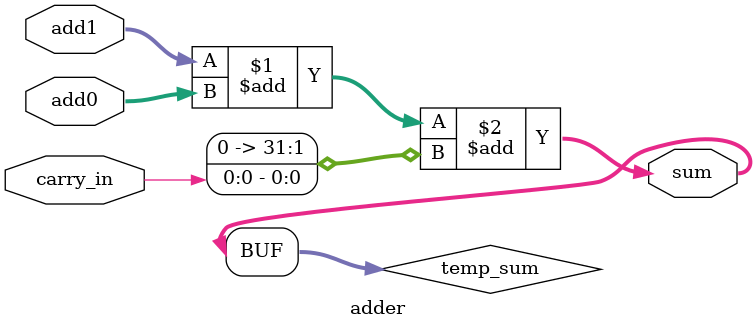
<source format=sv>
module adder (add1,add0,carry_in,sum);
  parameter parallelism=32;
  parameter ARCH_TYPE=0;
  /*SELECT ARCH_TYPE IN MOSULE INSTANCE AS:
      0 : synthesizer choose (default)
      1 : rca
  */
  input signed [parallelism-1:0] add1;
  input signed [parallelism-1:0] add0;
  input unsigned carry_in;
  output signed [parallelism-1:0] sum;
  logic signed [parallelism-1:0] temp_sum;
  logic signed [parallelism-2:0] carrys;
  assign sum = temp_sum;

  genvar i;
  generate
    if (ARCH_TYPE==0)
      assign temp_sum=add1+add0+{1'b0,carry_in};
    else if (ARCH_TYPE==1) begin
      fullAdder fh1 ( .a(add1[0]),
                      .b(add0[0]),
                      .ci(carry_in),
                      .s(temp_sum[0]),
                      .co(carrys[0]));
      for (i=1;i<parallelism-1;i++) begin
        fullAdder fhX ( .a(add1[i]),
                        .b(add0[i]),
                        .ci(carrys[i-1]),
                        .s(temp_sum[i]),
                        .co(carrys[i]));
      end
      fullAdder fh_last ( .a(add1[parallelism-1]),
                          .b(add0[parallelism-1]),
                          .ci(carrys[parallelism-2]),
                          .s(temp_sum[parallelism-1]),
                          .co());
    end
  endgenerate
endmodule //adder

</source>
